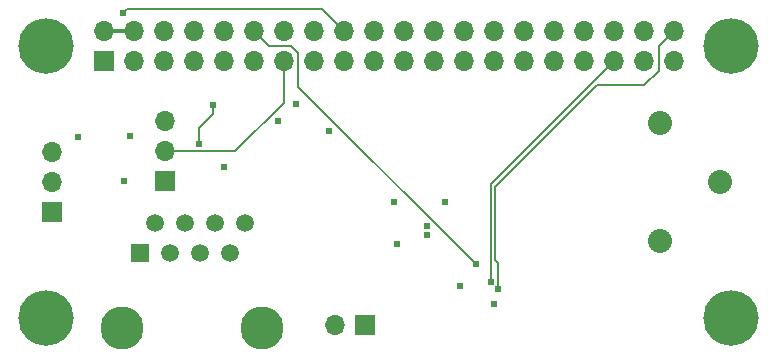
<source format=gbl>
G04 #@! TF.FileFunction,Copper,L4,Bot,Signal*
%FSLAX46Y46*%
G04 Gerber Fmt 4.6, Leading zero omitted, Abs format (unit mm)*
G04 Created by KiCad (PCBNEW 4.0.7) date Sun Mar 11 18:59:58 2018*
%MOMM*%
%LPD*%
G01*
G04 APERTURE LIST*
%ADD10C,0.025400*%
%ADD11C,2.032000*%
%ADD12C,3.650000*%
%ADD13R,1.500000X1.500000*%
%ADD14C,1.500000*%
%ADD15R,1.700000X1.700000*%
%ADD16O,1.700000X1.700000*%
%ADD17C,4.700000*%
%ADD18C,0.609600*%
%ADD19C,0.304800*%
%ADD20C,0.152400*%
G04 APERTURE END LIST*
D10*
D11*
X155000000Y-112500000D03*
X160000000Y-107500000D03*
X155000000Y-102500000D03*
D12*
X121300000Y-119850000D03*
X109430000Y-119850000D03*
D13*
X110920000Y-113500000D03*
D14*
X112190000Y-110960000D03*
X113460000Y-113500000D03*
X114730000Y-110960000D03*
X116000000Y-113500000D03*
X117270000Y-110960000D03*
X118540000Y-113500000D03*
X119810000Y-110960000D03*
D15*
X103500000Y-110040000D03*
D16*
X103500000Y-107500000D03*
X103500000Y-104960000D03*
D15*
X107870000Y-97270000D03*
D16*
X107870000Y-94730000D03*
X110410000Y-97270000D03*
X110410000Y-94730000D03*
X112950000Y-97270000D03*
X112950000Y-94730000D03*
X115490000Y-97270000D03*
X115490000Y-94730000D03*
X118030000Y-97270000D03*
X118030000Y-94730000D03*
X120570000Y-97270000D03*
X120570000Y-94730000D03*
X123110000Y-97270000D03*
X123110000Y-94730000D03*
X125650000Y-97270000D03*
X125650000Y-94730000D03*
X128190000Y-97270000D03*
X128190000Y-94730000D03*
X130730000Y-97270000D03*
X130730000Y-94730000D03*
X133270000Y-97270000D03*
X133270000Y-94730000D03*
X135810000Y-97270000D03*
X135810000Y-94730000D03*
X138350000Y-97270000D03*
X138350000Y-94730000D03*
X140890000Y-97270000D03*
X140890000Y-94730000D03*
X143430000Y-97270000D03*
X143430000Y-94730000D03*
X145970000Y-97270000D03*
X145970000Y-94730000D03*
X148510000Y-97270000D03*
X148510000Y-94730000D03*
X151050000Y-97270000D03*
X151050000Y-94730000D03*
X153590000Y-97270000D03*
X153590000Y-94730000D03*
X156130000Y-97270000D03*
X156130000Y-94730000D03*
D17*
X103000000Y-96000000D03*
X103000000Y-119000000D03*
X161000000Y-96000000D03*
X161000000Y-119000000D03*
D15*
X129967180Y-119642320D03*
D16*
X127427180Y-119642320D03*
D15*
X113012580Y-107445120D03*
D16*
X113012580Y-104905120D03*
X113012580Y-102365120D03*
D18*
X135270580Y-111255120D03*
X136794580Y-109223120D03*
X135270580Y-112017120D03*
X124119980Y-100917320D03*
X109616580Y-107445120D03*
X132730580Y-112779120D03*
X138064580Y-116335120D03*
X126955898Y-103149522D03*
X118074780Y-106251320D03*
X105654180Y-103711320D03*
X122595980Y-102339720D03*
X110124580Y-103635120D03*
X132476580Y-109223120D03*
X140889180Y-117864320D03*
X109489580Y-93170320D03*
X115966580Y-104320920D03*
X117140180Y-100973320D03*
X139365180Y-114435320D03*
X140635180Y-115959320D03*
X141270180Y-116594320D03*
D19*
X110410000Y-94730000D02*
X107870000Y-94730000D01*
D20*
X109489580Y-93170320D02*
X109794379Y-92865521D01*
X109794379Y-92865521D02*
X126325521Y-92865521D01*
X126325521Y-92865521D02*
X128190000Y-94730000D01*
X115966580Y-104320920D02*
X115966580Y-102944625D01*
X115966580Y-102944625D02*
X117140180Y-101771025D01*
X117140180Y-100973320D02*
X117140180Y-101771025D01*
X139365180Y-114435320D02*
X124348580Y-99418720D01*
X121829720Y-95989720D02*
X120570000Y-94730000D01*
X124348580Y-99418720D02*
X124348580Y-96599320D01*
X124348580Y-96599320D02*
X123738980Y-95989720D01*
X123738980Y-95989720D02*
X121829720Y-95989720D01*
X140635180Y-115959320D02*
X140635180Y-107684820D01*
X140635180Y-107684820D02*
X151050000Y-97270000D01*
X156130000Y-94730000D02*
X154853980Y-96006020D01*
X141270180Y-114387810D02*
X141270180Y-116594320D01*
X154853980Y-96006020D02*
X154853980Y-98097920D01*
X154853980Y-98097920D02*
X153629580Y-99322320D01*
X153629580Y-99322320D02*
X149652180Y-99322320D01*
X149652180Y-99322320D02*
X141016180Y-107958320D01*
X141016180Y-107958320D02*
X141016180Y-114133810D01*
X141016180Y-114133810D02*
X141270180Y-114387810D01*
X119014580Y-104905120D02*
X123110000Y-100809700D01*
X123110000Y-100809700D02*
X123110000Y-97270000D01*
X113012580Y-104905120D02*
X119014580Y-104905120D01*
M02*

</source>
